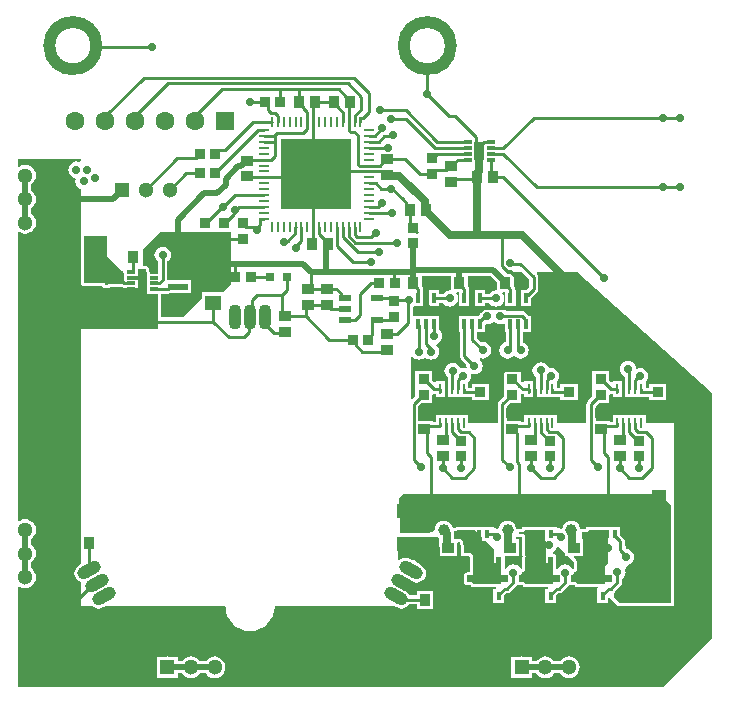
<source format=gtl>
G04*
G04 #@! TF.GenerationSoftware,Altium Limited,Altium Designer,24.4.1 (13)*
G04*
G04 Layer_Physical_Order=1*
G04 Layer_Color=255*
%FSLAX44Y44*%
%MOMM*%
G71*
G04*
G04 #@! TF.SameCoordinates,1D3D786A-4C35-496E-9A10-02EDD5D57B8C*
G04*
G04*
G04 #@! TF.FilePolarity,Positive*
G04*
G01*
G75*
%ADD11C,0.7120*%
%ADD12C,0.2540*%
%ADD22R,1.4000X1.3000*%
%ADD23R,0.9000X1.0000*%
%ADD24R,0.6000X1.2000*%
%ADD25R,0.7000X0.3000*%
%ADD26R,1.3000X2.7000*%
%ADD27R,2.7000X1.3000*%
%ADD28R,0.9500X0.8500*%
%ADD29R,0.8500X0.9500*%
%ADD30R,1.0000X0.5500*%
%ADD31R,1.0000X0.9000*%
%ADD32R,2.3800X1.6500*%
%ADD33R,0.2800X0.8600*%
%ADD34R,0.3500X0.8500*%
%ADD35R,0.4200X0.6600*%
%ADD36R,0.3400X0.8000*%
G04:AMPARAMS|DCode=37|XSize=0.74mm|YSize=0.28mm|CornerRadius=0.035mm|HoleSize=0mm|Usage=FLASHONLY|Rotation=180.000|XOffset=0mm|YOffset=0mm|HoleType=Round|Shape=RoundedRectangle|*
%AMROUNDEDRECTD37*
21,1,0.7400,0.2100,0,0,180.0*
21,1,0.6700,0.2800,0,0,180.0*
1,1,0.0700,-0.3350,0.1050*
1,1,0.0700,0.3350,0.1050*
1,1,0.0700,0.3350,-0.1050*
1,1,0.0700,-0.3350,-0.1050*
%
%ADD37ROUNDEDRECTD37*%
%ADD38R,0.8000X0.8000*%
%ADD39R,6.0000X6.0000*%
%ADD40R,0.8600X0.2600*%
%ADD41R,0.2600X0.8600*%
%ADD42R,1.8000X0.6000*%
%ADD78C,1.0000*%
%ADD79R,0.9000X1.6000*%
%ADD80C,0.5080*%
%ADD81C,1.3000*%
%ADD82R,1.3000X1.3000*%
%ADD83C,1.6000*%
%ADD84R,1.6000X1.6000*%
%ADD85R,1.3000X1.3000*%
%ADD86C,1.0000*%
G04:AMPARAMS|DCode=87|XSize=2.14mm|YSize=1.07mm|CornerRadius=0mm|HoleSize=0mm|Usage=FLASHONLY|Rotation=330.000|XOffset=0mm|YOffset=0mm|HoleType=Round|Shape=Round|*
%AMOVALD87*
21,1,1.0700,1.0700,0.0000,0.0000,330.0*
1,1,1.0700,-0.4633,0.2675*
1,1,1.0700,0.4633,-0.2675*
%
%ADD87OVALD87*%

%ADD88O,1.0700X2.1400*%
G04:AMPARAMS|DCode=89|XSize=2.14mm|YSize=1.07mm|CornerRadius=0mm|HoleSize=0mm|Usage=FLASHONLY|Rotation=210.000|XOffset=0mm|YOffset=0mm|HoleType=Round|Shape=Round|*
%AMOVALD89*
21,1,1.0700,1.0700,0.0000,0.0000,210.0*
1,1,1.0700,0.4633,0.2675*
1,1,1.0700,-0.4633,-0.2675*
%
%ADD89OVALD89*%

%ADD90C,0.7000*%
G36*
X-143227Y282248D02*
X-144497Y281399D01*
X-145207Y281693D01*
X-147000Y281929D01*
X-148793Y281693D01*
X-150465Y281001D01*
X-151900Y279900D01*
X-153001Y278465D01*
X-153693Y276793D01*
X-153929Y275000D01*
X-153693Y273207D01*
X-153001Y271535D01*
X-151900Y270100D01*
X-150465Y268999D01*
X-148793Y268307D01*
X-148190Y268227D01*
X-147555Y267127D01*
X-147693Y266793D01*
X-147929Y265000D01*
X-147693Y263207D01*
X-147001Y261535D01*
X-145900Y260100D01*
X-144465Y258999D01*
X-143227Y258486D01*
Y177000D01*
X-142156D01*
X-141628Y176647D01*
X-140637Y176450D01*
X-124940D01*
X-124853Y176009D01*
X-124291Y175169D01*
X-123451Y174607D01*
X-122460Y174410D01*
X-120540D01*
X-119549Y174607D01*
X-118709Y175169D01*
X-118354Y175700D01*
X-108707D01*
X-108162Y175336D01*
X-106675Y175040D01*
X-106655D01*
Y174655D01*
X-94575D01*
Y182735D01*
X-100470D01*
X-100845Y182810D01*
X-104065D01*
Y184655D01*
X-94575D01*
Y191000D01*
X-87885D01*
Y189080D01*
X-87655Y187925D01*
Y184655D01*
Y179655D01*
Y174655D01*
Y169655D01*
X-78000D01*
Y165540D01*
X-78290D01*
Y150460D01*
X-78000D01*
Y140000D01*
X-143227D01*
Y-33460D01*
X-143290D01*
Y-48540D01*
X-143227D01*
Y-58523D01*
X-143664Y-59093D01*
X-144862Y-59785D01*
X-146510Y-61049D01*
X-147775Y-62698D01*
X-148570Y-64617D01*
X-148841Y-66677D01*
X-148570Y-68736D01*
X-147775Y-70655D01*
X-146510Y-72304D01*
X-144862Y-73568D01*
X-143227Y-74246D01*
Y-94820D01*
X-133133D01*
X-132162Y-95565D01*
X-130243Y-96361D01*
X-128183Y-96632D01*
X-126124Y-96360D01*
X-124204Y-95565D01*
X-123006Y-94873D01*
X-122602Y-94820D01*
X-20883D01*
X-20720Y-95000D01*
X-20322Y-99042D01*
X-19143Y-102929D01*
X-17228Y-106511D01*
X-14651Y-109651D01*
X-11511Y-112228D01*
X-7929Y-114143D01*
X-4042Y-115322D01*
X0Y-115720D01*
X4042Y-115322D01*
X7929Y-114143D01*
X11511Y-112228D01*
X14651Y-109651D01*
X17228Y-106511D01*
X19143Y-102929D01*
X20322Y-99042D01*
X20720Y-95000D01*
X20883Y-94820D01*
X122602D01*
X123006Y-94873D01*
X124204Y-95565D01*
X126124Y-96360D01*
X128183Y-96632D01*
X130243Y-96360D01*
X132162Y-95565D01*
X133810Y-94301D01*
X134743Y-93086D01*
X141210D01*
Y-96540D01*
X155290D01*
Y-81460D01*
X141210D01*
Y-85316D01*
X135333D01*
X135075Y-84694D01*
X133811Y-83046D01*
X132162Y-81782D01*
X130964Y-81090D01*
X129876Y-79672D01*
X128023Y-78251D01*
X125865Y-77357D01*
X125000Y-77243D01*
Y-67586D01*
X126270Y-67169D01*
X127638Y-68218D01*
X128836Y-68910D01*
X129924Y-70328D01*
X131777Y-71749D01*
X133934Y-72643D01*
X135706Y-72876D01*
X136904Y-73568D01*
X138823Y-74363D01*
X140883Y-74634D01*
X142943Y-74363D01*
X144862Y-73568D01*
X146510Y-72304D01*
X147775Y-70655D01*
X148570Y-68736D01*
X148841Y-66677D01*
X148570Y-64617D01*
X147775Y-62697D01*
X146510Y-61049D01*
X144862Y-59785D01*
X143664Y-59093D01*
X142576Y-57675D01*
X140723Y-56253D01*
X138566Y-55360D01*
X136794Y-55127D01*
X135596Y-54435D01*
X133676Y-53640D01*
X131617Y-53368D01*
X129557Y-53639D01*
X127638Y-54435D01*
X126270Y-55484D01*
X125326Y-55174D01*
X125000Y-54916D01*
X125000Y-36000D01*
X159302Y-36000D01*
X160157Y-36656D01*
X160340Y-36732D01*
Y-44060D01*
X160340Y-44060D01*
X160460Y-44661D01*
Y-52040D01*
X175540D01*
Y-40828D01*
X176810Y-40075D01*
X177426Y-40386D01*
Y-40810D01*
X177721Y-42297D01*
X178460Y-43402D01*
Y-52040D01*
X185772D01*
X186560Y-53000D01*
Y-65910D01*
X183700D01*
X182709Y-66107D01*
X181869Y-66669D01*
X181307Y-67509D01*
X181110Y-68500D01*
Y-74200D01*
X181307Y-75191D01*
X181869Y-76031D01*
X182709Y-76593D01*
X183700Y-76790D01*
X186717D01*
X186757Y-76991D01*
X187319Y-77831D01*
X188159Y-78393D01*
X189150Y-78590D01*
X207980D01*
X208659Y-79860D01*
X208659Y-79860D01*
X206110D01*
Y-91540D01*
X215390D01*
Y-85354D01*
X217247Y-83497D01*
X217512D01*
X218999Y-83201D01*
X220259Y-82359D01*
X225747Y-76871D01*
X226172Y-76234D01*
X226709Y-76593D01*
X227700Y-76790D01*
X230717D01*
X230757Y-76991D01*
X231319Y-77832D01*
X232159Y-78393D01*
X233150Y-78590D01*
X251980D01*
X252659Y-79860D01*
X252659Y-79860D01*
X250110D01*
Y-91540D01*
X259390D01*
Y-85354D01*
X261247Y-83497D01*
X261512D01*
X262999Y-83201D01*
X264259Y-82359D01*
X269747Y-76872D01*
X270173Y-76234D01*
X270709Y-76593D01*
X271700Y-76790D01*
X274717D01*
X274757Y-76991D01*
X275319Y-77831D01*
X276159Y-78393D01*
X277150Y-78590D01*
X294352D01*
X294352Y-78590D01*
X294110Y-79860D01*
X294110D01*
Y-91540D01*
X303390D01*
Y-88049D01*
X304563Y-87563D01*
X311820Y-94820D01*
X359000Y-94820D01*
X359000Y60650D01*
X334940D01*
Y67490D01*
X307060D01*
Y61505D01*
X304540D01*
Y62290D01*
X292615D01*
Y75121D01*
X295203Y77709D01*
X304290D01*
Y84469D01*
X305560Y85511D01*
X305790Y85465D01*
X307060D01*
Y82510D01*
X314940D01*
Y96190D01*
X307060D01*
Y95233D01*
X306352Y94940D01*
X305790Y94818D01*
X305445Y95049D01*
X304290Y96203D01*
Y104290D01*
X289710D01*
Y90710D01*
Y83204D01*
X285983Y79477D01*
X285141Y78217D01*
X284846Y76730D01*
Y60650D01*
X259940D01*
Y67490D01*
X232060D01*
Y61505D01*
X229540D01*
Y62290D01*
X217615D01*
Y75121D01*
X220204Y77710D01*
X229290D01*
Y84469D01*
X230560Y85511D01*
X230790Y85465D01*
X232060D01*
Y82510D01*
X239940D01*
Y96190D01*
X232060D01*
Y95233D01*
X231352Y94940D01*
X230790Y94818D01*
X230445Y95049D01*
X229290Y96203D01*
Y104290D01*
X214710D01*
Y90710D01*
Y83204D01*
X210983Y79477D01*
X210141Y78217D01*
X209846Y76730D01*
Y60650D01*
X184940D01*
Y67490D01*
X157060D01*
Y61505D01*
X154540D01*
Y62290D01*
X142615D01*
Y75121D01*
X145204Y77710D01*
X154290D01*
Y84469D01*
X155560Y85511D01*
X155790Y85465D01*
X157060D01*
Y82510D01*
X164940D01*
Y96190D01*
X157060D01*
Y95233D01*
X156352Y94940D01*
X155790Y94818D01*
X155445Y95049D01*
X154290Y96203D01*
Y104290D01*
X139710D01*
Y90710D01*
Y83204D01*
X137173Y80667D01*
X136000Y81153D01*
Y116751D01*
X137270Y117182D01*
X138100Y116100D01*
X139535Y114999D01*
X141207Y114307D01*
X143000Y114071D01*
X144793Y114307D01*
X146465Y114999D01*
X147018Y115424D01*
X148000Y116038D01*
X148982Y115424D01*
X149535Y114999D01*
X151207Y114307D01*
X153000Y114071D01*
X154793Y114307D01*
X156465Y114999D01*
X157900Y116100D01*
X159001Y117535D01*
X159693Y119207D01*
X159929Y121000D01*
X159693Y122793D01*
X159001Y124465D01*
X157900Y125900D01*
X157744Y126019D01*
X157768Y126642D01*
X158026Y127403D01*
X159465Y127999D01*
X160900Y129100D01*
X162001Y130535D01*
X162693Y132207D01*
X162929Y134000D01*
X162693Y135793D01*
X162001Y137465D01*
X160900Y138900D01*
X159790Y139751D01*
Y150790D01*
X139155D01*
X138210Y150790D01*
X137885Y151925D01*
Y158759D01*
X138465Y158999D01*
X138740Y159210D01*
X146790D01*
Y172790D01*
X146385D01*
Y174250D01*
X146089Y175737D01*
X145290Y176932D01*
Y184820D01*
X170210D01*
Y173733D01*
X169255Y172896D01*
X169000Y172929D01*
X167207Y172693D01*
X165535Y172001D01*
X164100Y170900D01*
X163321Y169885D01*
X159790D01*
Y172790D01*
X151210D01*
Y159210D01*
X159790D01*
Y162115D01*
X163321D01*
X164100Y161100D01*
X165535Y159999D01*
X167207Y159307D01*
X169000Y159071D01*
X170793Y159307D01*
X172465Y159999D01*
X173900Y161100D01*
X175001Y162535D01*
X175693Y164207D01*
X175929Y166000D01*
X175693Y167793D01*
X175001Y169465D01*
X174444Y170190D01*
X175071Y171460D01*
X177210D01*
Y159210D01*
X185790D01*
Y172790D01*
X185385D01*
Y174250D01*
X185089Y175737D01*
X184290Y176932D01*
Y184820D01*
X203605D01*
X209210Y179215D01*
Y173733D01*
X208255Y172896D01*
X208000Y172929D01*
X206207Y172693D01*
X204535Y172001D01*
X203100Y170900D01*
X202321Y169885D01*
X198790D01*
Y172790D01*
X190210D01*
Y159210D01*
X198790D01*
Y162115D01*
X202321D01*
X203100Y161100D01*
X204535Y159999D01*
X206207Y159307D01*
X208000Y159071D01*
X209793Y159307D01*
X211465Y159999D01*
X212900Y161100D01*
X214001Y162535D01*
X214693Y164207D01*
X214929Y166000D01*
X214693Y167793D01*
X214001Y169465D01*
X213444Y170190D01*
X214071Y171460D01*
X216210D01*
Y159210D01*
X224790D01*
Y172790D01*
X224385D01*
Y174250D01*
X224089Y175737D01*
X223290Y176932D01*
Y186540D01*
X217504D01*
X217377Y186730D01*
X218056Y188000D01*
X230506D01*
X236115Y182391D01*
Y175609D01*
X233296Y172790D01*
X229210D01*
Y159210D01*
X237790D01*
Y166296D01*
X242747Y171253D01*
X243589Y172513D01*
X243885Y174000D01*
Y184000D01*
X243589Y185487D01*
X242747Y186747D01*
X242667Y186827D01*
X243153Y188000D01*
X277000D01*
X391000Y86071D01*
Y81000D01*
X391000D01*
X391004Y80996D01*
X390999Y-122001D01*
X357500Y-155499D01*
X349819Y-163180D01*
X-196780D01*
Y-78113D01*
X-195641Y-77551D01*
X-195099Y-77966D01*
X-192881Y-78885D01*
X-190500Y-79199D01*
X-188119Y-78885D01*
X-185901Y-77966D01*
X-183995Y-76505D01*
X-182534Y-74599D01*
X-181615Y-72381D01*
X-181301Y-70000D01*
X-181615Y-67619D01*
X-182534Y-65401D01*
X-183995Y-63496D01*
X-185320Y-62479D01*
Y-57521D01*
X-183995Y-56505D01*
X-182534Y-54599D01*
X-181615Y-52381D01*
X-181301Y-50000D01*
X-181615Y-47619D01*
X-182534Y-45401D01*
X-183995Y-43495D01*
X-185320Y-42479D01*
Y-37521D01*
X-183995Y-36504D01*
X-182534Y-34599D01*
X-181615Y-32381D01*
X-181301Y-30000D01*
X-181615Y-27619D01*
X-182534Y-25401D01*
X-183995Y-23496D01*
X-185901Y-22034D01*
X-188119Y-21115D01*
X-190500Y-20801D01*
X-192881Y-21115D01*
X-195099Y-22034D01*
X-195641Y-22449D01*
X-196780Y-21887D01*
X-196780Y221887D01*
X-195641Y222449D01*
X-195099Y222034D01*
X-192881Y221115D01*
X-190500Y220801D01*
X-188119Y221115D01*
X-185901Y222034D01*
X-183995Y223496D01*
X-182534Y225401D01*
X-181615Y227619D01*
X-181301Y230000D01*
X-181615Y232381D01*
X-182534Y234599D01*
X-183995Y236504D01*
X-185320Y237521D01*
Y242479D01*
X-183995Y243496D01*
X-182534Y245401D01*
X-181615Y247619D01*
X-181301Y250000D01*
X-181615Y252381D01*
X-182534Y254599D01*
X-183995Y256504D01*
X-185320Y257521D01*
Y262479D01*
X-183995Y263496D01*
X-182534Y265401D01*
X-181615Y267619D01*
X-181301Y270000D01*
X-181615Y272381D01*
X-182534Y274599D01*
X-183995Y276504D01*
X-185901Y277966D01*
X-188119Y278885D01*
X-190500Y279199D01*
X-192881Y278885D01*
X-195099Y277966D01*
X-195641Y277551D01*
X-196780Y278113D01*
Y284180D01*
X-143227D01*
Y282248D01*
D02*
G37*
G36*
X-121000Y202000D02*
X-106655Y187655D01*
Y179655D01*
X-98821D01*
X-98253Y178946D01*
X-98787Y177735D01*
X-100010D01*
X-100385Y177810D01*
X-100760Y177735D01*
X-105460D01*
Y178290D01*
X-120540D01*
Y177000D01*
X-122460D01*
Y179040D01*
X-140637D01*
Y219000D01*
X-121000D01*
Y202000D01*
D02*
G37*
G36*
X-16000Y178000D02*
X-22960Y171040D01*
X-40540D01*
Y166460D01*
X-56540Y150460D01*
X-75410D01*
X-75607Y151451D01*
X-75700Y151590D01*
Y164410D01*
X-75607Y164549D01*
X-75410Y165540D01*
Y169655D01*
X-75094Y170040D01*
X-69075D01*
X-67588Y170336D01*
X-67403Y170460D01*
X-49460D01*
Y181540D01*
X-69996D01*
X-70115Y181686D01*
Y197321D01*
X-69100Y198100D01*
X-67999Y199535D01*
X-67307Y201207D01*
X-67071Y203000D01*
X-67307Y204793D01*
X-67999Y206465D01*
X-69100Y207900D01*
X-70535Y209001D01*
X-72207Y209693D01*
X-74000Y209929D01*
X-75793Y209693D01*
X-77465Y209001D01*
X-78900Y207900D01*
X-80001Y206465D01*
X-80693Y204793D01*
X-80929Y203000D01*
X-80693Y201207D01*
X-80001Y199535D01*
X-78900Y198100D01*
X-77885Y197321D01*
Y187735D01*
X-84620D01*
X-85115Y188230D01*
Y188431D01*
X-85295Y189335D01*
Y191000D01*
X-85492Y191991D01*
X-86053Y192831D01*
X-86894Y193393D01*
X-87885Y193590D01*
X-90474D01*
X-91000Y194115D01*
Y207000D01*
X-76000Y222000D01*
X-16000D01*
Y178000D01*
D02*
G37*
G36*
X230610Y-37960D02*
X230460D01*
Y-52040D01*
X230460D01*
X230694Y-52326D01*
X230560Y-53000D01*
Y-63082D01*
X229290Y-63334D01*
X229001Y-62636D01*
X227900Y-61201D01*
X226465Y-60100D01*
X224793Y-59408D01*
X223000Y-59172D01*
X221207Y-59408D01*
X219535Y-60100D01*
X218100Y-61201D01*
X216999Y-62636D01*
X216710Y-63335D01*
X215440Y-63082D01*
Y-53000D01*
X216228Y-52040D01*
X227540D01*
Y-37960D01*
X224820D01*
Y-36000D01*
X230610D01*
Y-37960D01*
D02*
G37*
G36*
X266460Y-49460D02*
Y-52040D01*
X269040D01*
X274560Y-57560D01*
Y-63083D01*
X273290Y-63335D01*
X273001Y-62636D01*
X271900Y-61201D01*
X270464Y-60100D01*
X268793Y-59408D01*
X267000Y-59172D01*
X265206Y-59408D01*
X263535Y-60100D01*
X262100Y-61201D01*
X260999Y-62636D01*
X260710Y-63335D01*
X259440Y-63082D01*
Y-53000D01*
X259242Y-52009D01*
X258990Y-51631D01*
Y-51460D01*
X258876D01*
X258681Y-51169D01*
X257841Y-50608D01*
X256850Y-50410D01*
X256788D01*
X256535Y-49141D01*
X256823Y-49021D01*
X258258Y-47920D01*
X259359Y-46485D01*
X260051Y-44814D01*
X260069Y-44680D01*
X261272Y-44272D01*
X266460Y-49460D01*
D02*
G37*
G36*
X303000Y-58000D02*
X300850Y-60150D01*
Y-68500D01*
X306300D01*
Y-74200D01*
X300850D01*
Y-76000D01*
X277150D01*
Y-75911D01*
X277125Y-75873D01*
X277110Y-75799D01*
X276968Y-75587D01*
X276871Y-75351D01*
X276690Y-75171D01*
X276549Y-74959D01*
X276336Y-74817D01*
X276156Y-74637D01*
X275921Y-74539D01*
X275708Y-74397D01*
X275458Y-74347D01*
X275223Y-74250D01*
X274968Y-74250D01*
X274717Y-74200D01*
X271700D01*
Y-74140D01*
X271611Y-74081D01*
X271611Y-74081D01*
X271500Y-74035D01*
Y-71307D01*
X271700Y-71154D01*
Y-68500D01*
X273442D01*
X273693Y-67894D01*
X273929Y-66101D01*
X273897Y-65855D01*
X275065Y-65623D01*
X275301Y-65525D01*
X275551Y-65475D01*
X275763Y-65333D01*
X275999Y-65236D01*
X276179Y-65055D01*
X276392Y-64914D01*
X276533Y-64702D01*
X276714Y-64521D01*
X276811Y-64286D01*
X276953Y-64074D01*
X277003Y-63823D01*
X277100Y-63588D01*
Y-63333D01*
X277150Y-63083D01*
Y-57560D01*
X276953Y-56569D01*
X276392Y-55729D01*
X273876Y-53213D01*
X274362Y-52040D01*
X281540D01*
Y-37960D01*
X281000D01*
Y-31927D01*
X284779Y-31679D01*
X285187Y-31570D01*
X285601Y-31488D01*
X285672Y-31440D01*
X285755Y-31418D01*
X286090Y-31161D01*
X286441Y-30926D01*
X286489Y-30855D01*
X286557Y-30803D01*
X286761Y-30450D01*
X303000D01*
Y-58000D01*
D02*
G37*
G36*
X196110Y-36110D02*
Y-39540D01*
X199540D01*
X203402Y-43402D01*
X206500Y-46500D01*
Y-57700D01*
X208650D01*
Y-53000D01*
X212850D01*
Y-68500D01*
X218300D01*
Y-74200D01*
X212850D01*
Y-76000D01*
X189150D01*
Y-75911D01*
X189125Y-75873D01*
X189110Y-75799D01*
X188968Y-75587D01*
X188871Y-75351D01*
X188690Y-75171D01*
X188549Y-74959D01*
X188337Y-74817D01*
X188156Y-74637D01*
X187921Y-74539D01*
X187708Y-74397D01*
X187458Y-74347D01*
X187223Y-74250D01*
X186968Y-74250D01*
X186717Y-74200D01*
X183700D01*
Y-73945D01*
Y-68755D01*
Y-68500D01*
X186560D01*
X187551Y-68303D01*
X188391Y-67741D01*
X188953Y-66901D01*
X189150Y-65910D01*
Y-53000D01*
X189076Y-52627D01*
X189039Y-52248D01*
X188978Y-52135D01*
X188953Y-52009D01*
X188742Y-51693D01*
X188562Y-51357D01*
X187774Y-50397D01*
X187675Y-50316D01*
X187604Y-50209D01*
X187287Y-49997D01*
X186993Y-49756D01*
X186870Y-49719D01*
X186763Y-49647D01*
X186390Y-49573D01*
X186026Y-49463D01*
X185898Y-49475D01*
X185772Y-49450D01*
X181050D01*
Y-43402D01*
X181000Y-43152D01*
Y-42897D01*
X180902Y-42661D01*
X180853Y-42411D01*
X180711Y-42199D01*
X180613Y-41964D01*
X180161Y-41286D01*
X180015Y-40555D01*
Y-40386D01*
X179935Y-39983D01*
X179885Y-39575D01*
X179837Y-39490D01*
X179818Y-39395D01*
X179590Y-39053D01*
X179387Y-38695D01*
X179311Y-38635D01*
X179257Y-38554D01*
X178915Y-38326D01*
X178591Y-38073D01*
X177976Y-37763D01*
X177705Y-37688D01*
X177451Y-37566D01*
X177222Y-37554D01*
X177002Y-37493D01*
X176723Y-37527D01*
X176442Y-37512D01*
X176226Y-37588D01*
X175999Y-37616D01*
X175754Y-37754D01*
X175489Y-37848D01*
X175300Y-37960D01*
X173000D01*
Y-30585D01*
X176657Y-30450D01*
X190450D01*
X196110Y-36110D01*
D02*
G37*
G36*
X250110Y-39540D02*
X250500D01*
X250500Y-57700D01*
X252650D01*
Y-53000D01*
X256850D01*
Y-68500D01*
X262300D01*
Y-74200D01*
X256850D01*
Y-76000D01*
X233150D01*
Y-75911D01*
X233125Y-75873D01*
X233110Y-75799D01*
X232968Y-75587D01*
X232871Y-75351D01*
X232690Y-75171D01*
X232548Y-74959D01*
X232336Y-74817D01*
X232156Y-74637D01*
X231920Y-74539D01*
X231708Y-74397D01*
X231458Y-74348D01*
X231222Y-74250D01*
X230967Y-74250D01*
X230717Y-74200D01*
X227700D01*
Y-73299D01*
X227500Y-73119D01*
Y-71307D01*
X227700Y-71154D01*
Y-68500D01*
X229442D01*
X229693Y-67894D01*
X229929Y-66101D01*
X229897Y-65854D01*
X231065Y-65622D01*
X231301Y-65524D01*
X231551Y-65474D01*
X231763Y-65332D01*
X231999Y-65235D01*
X232179Y-65054D01*
X232391Y-64913D01*
X232533Y-64701D01*
X232713Y-64520D01*
X232811Y-64285D01*
X232953Y-64073D01*
X233002Y-63822D01*
X233100Y-63587D01*
Y-63332D01*
X233150Y-63082D01*
Y-53255D01*
Y-53000D01*
X233201D01*
X233234Y-52831D01*
Y-52702D01*
X233272Y-52579D01*
X233234Y-52201D01*
Y-51820D01*
X233185Y-51701D01*
X233172Y-51574D01*
X233050Y-51344D01*
Y-38713D01*
X233200Y-37960D01*
Y-36000D01*
X233002Y-35009D01*
X232441Y-34169D01*
X231601Y-33607D01*
X230610Y-33410D01*
X227500D01*
Y-31895D01*
X230779Y-31680D01*
X231187Y-31570D01*
X231601Y-31488D01*
X231672Y-31440D01*
X231755Y-31418D01*
X232090Y-31161D01*
X232441Y-30927D01*
X232489Y-30855D01*
X232557Y-30803D01*
X232761Y-30450D01*
X250110D01*
Y-39540D01*
D02*
G37*
G36*
X347000Y-0D02*
X356410Y-9410D01*
X356410Y-92231D01*
X312893Y-92231D01*
X308450Y-87787D01*
X308309Y-87343D01*
X308284Y-84872D01*
X308830Y-81937D01*
X309095Y-81523D01*
X313747Y-76871D01*
X314589Y-75611D01*
X314885Y-74124D01*
Y-71679D01*
X315900Y-70900D01*
X317001Y-69465D01*
X317693Y-67793D01*
X317929Y-66000D01*
X317768Y-64774D01*
X317807Y-63963D01*
X319447Y-60437D01*
X320802Y-59275D01*
X321465Y-59001D01*
X322900Y-57900D01*
X324001Y-56465D01*
X324693Y-54793D01*
X324929Y-53000D01*
X324693Y-51207D01*
X324001Y-49535D01*
X322900Y-48100D01*
X321465Y-46999D01*
X319793Y-46307D01*
X318000Y-46071D01*
X317248Y-41127D01*
Y-39513D01*
X316952Y-38027D01*
X316110Y-36767D01*
X313390Y-34046D01*
Y-27860D01*
X284610D01*
Y-29095D01*
X279610Y-29423D01*
X279424Y-28011D01*
X278656Y-26157D01*
X277435Y-24565D01*
X275843Y-23344D01*
X273989Y-22576D01*
X272000Y-22314D01*
X270011Y-22576D01*
X268157Y-23344D01*
X266565Y-24565D01*
X265344Y-26157D01*
X264576Y-28011D01*
X263166Y-29093D01*
X259390Y-27860D01*
Y-27860D01*
X230610D01*
Y-29096D01*
X225610Y-29423D01*
X225424Y-28011D01*
X224656Y-26157D01*
X223435Y-24565D01*
X221843Y-23344D01*
X219989Y-22576D01*
X218000Y-22314D01*
X216011Y-22576D01*
X214157Y-23344D01*
X212565Y-24565D01*
X211344Y-26157D01*
X210576Y-28011D01*
X209166Y-29093D01*
X205390Y-27860D01*
Y-27860D01*
X176610D01*
Y-27860D01*
X171610Y-28045D01*
X171424Y-28011D01*
X170656Y-26157D01*
X169435Y-24565D01*
X167843Y-23344D01*
X165989Y-22576D01*
X164000Y-22314D01*
X162011Y-22576D01*
X160157Y-23344D01*
X158565Y-24565D01*
X157344Y-26157D01*
X156576Y-28011D01*
X156451Y-28959D01*
X155503Y-30532D01*
X151803Y-32960D01*
X126817D01*
X126094Y-3579D01*
X129585Y-0D01*
X315500Y0D01*
X347000Y-0D01*
D02*
G37*
%LPC*%
G36*
X212000Y157929D02*
X210206Y157693D01*
X208535Y157001D01*
X207352Y156093D01*
X206500Y155979D01*
X205647Y156093D01*
X204464Y157001D01*
X202793Y157693D01*
X201000Y157929D01*
X199206Y157693D01*
X197535Y157001D01*
X196100Y155899D01*
X194999Y154464D01*
X194306Y152793D01*
X194156Y151650D01*
X193296Y150790D01*
X177210D01*
Y137210D01*
X177615D01*
Y117500D01*
X177911Y116013D01*
X178753Y114753D01*
X183238Y110268D01*
X183071Y109000D01*
X183274Y107454D01*
X182748Y106853D01*
X182218Y106517D01*
X181793Y106693D01*
X180000Y106929D01*
X178207Y106693D01*
X178054Y106630D01*
X177501Y107965D01*
X176400Y109400D01*
X174965Y110501D01*
X173293Y111193D01*
X171500Y111429D01*
X169707Y111193D01*
X168035Y110501D01*
X166600Y109400D01*
X165499Y107965D01*
X164807Y106293D01*
X164571Y104500D01*
X164807Y102707D01*
X165499Y101035D01*
X166600Y99600D01*
X167245Y99105D01*
Y96190D01*
X167060D01*
Y82510D01*
X184940D01*
Y82635D01*
X186234D01*
X186335Y82615D01*
X187710D01*
Y79710D01*
X202290D01*
Y93290D01*
X187710D01*
Y90385D01*
X186416D01*
X186315Y90405D01*
X184940D01*
Y95153D01*
X186001Y96535D01*
X186693Y98207D01*
X186929Y100000D01*
X186726Y101546D01*
X187252Y102147D01*
X187782Y102483D01*
X188207Y102307D01*
X190000Y102071D01*
X191793Y102307D01*
X193465Y102999D01*
X194900Y104100D01*
X196001Y105535D01*
X196693Y107207D01*
X196929Y109000D01*
X196693Y110793D01*
X196001Y112465D01*
X194900Y113900D01*
X194448Y114247D01*
X195088Y115356D01*
X195207Y115307D01*
X197000Y115071D01*
X198793Y115307D01*
X200465Y115999D01*
X201900Y117100D01*
X203001Y118535D01*
X203693Y120207D01*
X203929Y122000D01*
X203693Y123793D01*
X203001Y125465D01*
X201900Y126900D01*
X200465Y128001D01*
X198793Y128693D01*
X197000Y128929D01*
X195732Y128762D01*
X191885Y132609D01*
Y137210D01*
X198790D01*
Y143192D01*
X200060Y144194D01*
X201000Y144070D01*
X202793Y144306D01*
X204464Y144999D01*
X205647Y145907D01*
X206500Y146020D01*
X207352Y145907D01*
X208535Y144999D01*
X210206Y144306D01*
X212000Y144070D01*
X213793Y144306D01*
X214940Y144782D01*
X216210Y144085D01*
Y137210D01*
X216615D01*
Y128747D01*
X216207Y128693D01*
X214535Y128001D01*
X213100Y126900D01*
X211999Y125465D01*
X211307Y123793D01*
X211071Y122000D01*
X211307Y120207D01*
X211999Y118535D01*
X213100Y117100D01*
X214535Y115999D01*
X216207Y115307D01*
X218000Y115071D01*
X219793Y115307D01*
X221465Y115999D01*
X222648Y116907D01*
X223500Y117020D01*
X224352Y116907D01*
X225535Y115999D01*
X227207Y115307D01*
X229000Y115071D01*
X230793Y115307D01*
X232465Y115999D01*
X233900Y117100D01*
X235001Y118535D01*
X235693Y120207D01*
X235929Y122000D01*
X235693Y123793D01*
X235001Y125465D01*
X233900Y126900D01*
X232465Y128001D01*
X230885Y128655D01*
Y137210D01*
X237790D01*
Y150790D01*
X236142D01*
X235767Y151351D01*
X232851Y154267D01*
X231591Y155109D01*
X230105Y155405D01*
X217279D01*
X216899Y155899D01*
X215464Y157001D01*
X213793Y157693D01*
X212000Y157929D01*
D02*
G37*
G36*
X320000Y112929D02*
X318207Y112693D01*
X316535Y112001D01*
X315100Y110900D01*
X313999Y109465D01*
X313307Y107793D01*
X313071Y106000D01*
X313307Y104207D01*
X313999Y102535D01*
X315100Y101100D01*
X316535Y99999D01*
X317115Y99759D01*
Y96190D01*
X317060D01*
Y82510D01*
X334940D01*
Y82635D01*
X336234D01*
X336335Y82615D01*
X337710D01*
Y79710D01*
X352290D01*
Y93290D01*
X337710D01*
Y90385D01*
X336416D01*
X336315Y90405D01*
X334940D01*
Y95153D01*
X336001Y96535D01*
X336693Y98207D01*
X336929Y100000D01*
X336693Y101793D01*
X336001Y103465D01*
X334900Y104900D01*
X333465Y106001D01*
X331793Y106693D01*
X330000Y106929D01*
X328207Y106693D01*
X327873Y106555D01*
X326773Y107190D01*
X326693Y107793D01*
X326001Y109465D01*
X324900Y110900D01*
X323465Y112001D01*
X321793Y112693D01*
X320000Y112929D01*
D02*
G37*
G36*
X246000Y111929D02*
X244207Y111693D01*
X242535Y111001D01*
X241100Y109900D01*
X239999Y108465D01*
X239307Y106793D01*
X239071Y105000D01*
X239307Y103207D01*
X239999Y101535D01*
X241100Y100100D01*
X242115Y99321D01*
Y96190D01*
X242060D01*
Y82510D01*
X259940D01*
Y82635D01*
X261234D01*
X261335Y82615D01*
X262710D01*
Y79710D01*
X277290D01*
Y93290D01*
X262710D01*
Y90385D01*
X261416D01*
X261315Y90405D01*
X259940D01*
Y95153D01*
X261001Y96535D01*
X261693Y98207D01*
X261929Y100000D01*
X261693Y101793D01*
X261001Y103465D01*
X259900Y104900D01*
X258465Y106001D01*
X256793Y106693D01*
X255000Y106929D01*
X253974Y106794D01*
X252693Y106793D01*
X252001Y108465D01*
X250900Y109900D01*
X249465Y111001D01*
X247793Y111693D01*
X246000Y111929D01*
D02*
G37*
G36*
X270000Y-137101D02*
X267619Y-137415D01*
X265401Y-138334D01*
X263496Y-139796D01*
X262479Y-141121D01*
X257521D01*
X256504Y-139796D01*
X254599Y-138334D01*
X252381Y-137415D01*
X250000Y-137101D01*
X247619Y-137415D01*
X245401Y-138334D01*
X243496Y-139796D01*
X242479Y-141121D01*
X239040D01*
Y-137260D01*
X231205D01*
X230000Y-137101D01*
X228795Y-137260D01*
X220960D01*
Y-145095D01*
X220801Y-146300D01*
X220960Y-147505D01*
Y-155340D01*
X228795D01*
X230000Y-155499D01*
X231205Y-155340D01*
X239040D01*
Y-151480D01*
X242479D01*
X243496Y-152804D01*
X245401Y-154266D01*
X247619Y-155185D01*
X250000Y-155499D01*
X252381Y-155185D01*
X254599Y-154266D01*
X256504Y-152804D01*
X257521Y-151480D01*
X262479D01*
X263496Y-152804D01*
X265401Y-154266D01*
X267619Y-155185D01*
X270000Y-155499D01*
X272381Y-155185D01*
X274599Y-154266D01*
X276504Y-152804D01*
X277966Y-150899D01*
X278885Y-148681D01*
X279199Y-146300D01*
X278885Y-143919D01*
X277966Y-141701D01*
X276504Y-139796D01*
X274599Y-138334D01*
X272381Y-137415D01*
X270000Y-137101D01*
D02*
G37*
G36*
X-30000D02*
X-32381Y-137415D01*
X-34599Y-138334D01*
X-36504Y-139796D01*
X-37521Y-141121D01*
X-42479D01*
X-43495Y-139796D01*
X-45401Y-138334D01*
X-47619Y-137415D01*
X-50000Y-137101D01*
X-52381Y-137415D01*
X-54599Y-138334D01*
X-56505Y-139796D01*
X-57521Y-141121D01*
X-60960D01*
Y-137260D01*
X-68795D01*
X-70000Y-137101D01*
X-71205Y-137260D01*
X-79040D01*
Y-145095D01*
X-79199Y-146300D01*
X-79040Y-147505D01*
Y-155340D01*
X-71205D01*
X-70000Y-155499D01*
X-68795Y-155340D01*
X-60960D01*
Y-151480D01*
X-57521D01*
X-56505Y-152804D01*
X-54599Y-154266D01*
X-52381Y-155185D01*
X-50000Y-155499D01*
X-47619Y-155185D01*
X-45401Y-154266D01*
X-43495Y-152804D01*
X-42479Y-151480D01*
X-37521D01*
X-36504Y-152804D01*
X-34599Y-154266D01*
X-32381Y-155185D01*
X-30000Y-155499D01*
X-27619Y-155185D01*
X-25401Y-154266D01*
X-23496Y-152804D01*
X-22034Y-150899D01*
X-21115Y-148681D01*
X-20801Y-146300D01*
X-21115Y-143919D01*
X-22034Y-141701D01*
X-23496Y-139796D01*
X-25401Y-138334D01*
X-27619Y-137415D01*
X-30000Y-137101D01*
D02*
G37*
%LPD*%
D11*
X168500Y77500D02*
X171000Y75000D01*
X171810Y74190D02*
X195690D01*
X201829D02*
X206000Y78361D01*
X195000Y73500D02*
X195690Y74190D01*
X201829D01*
X206000Y78361D02*
Y98363D01*
X214947Y107310D01*
X231310D01*
X248000Y124000D02*
X282000D01*
X231310Y107310D02*
X248000Y124000D01*
X282000D02*
Y168000D01*
X212933Y220000D02*
X230000D01*
X282000Y168000D01*
Y78360D02*
Y124000D01*
X322000Y74000D02*
X345500D01*
X246810Y74190D02*
X270690D01*
X271604Y-127904D02*
Y-124696D01*
X332000Y124000D02*
X374000Y82000D01*
X282000Y124000D02*
X332000D01*
X270690Y74190D02*
X277829D01*
X282000Y78360D01*
X270000Y73500D02*
X270690Y74190D01*
X374000Y73500D02*
Y82000D01*
Y-7000D02*
Y73500D01*
X345000D02*
X374000D01*
X345000Y73500D02*
X345500Y74000D01*
X-130750Y171250D02*
X-130690Y171310D01*
X161750Y-77000D02*
Y-63750D01*
Y-89000D02*
Y-77000D01*
X140000Y-42000D02*
X161750Y-63750D01*
X138000Y-42000D02*
X140000D01*
X161750Y-77000D02*
X161750Y-77000D01*
X273540Y-45000D02*
X274000D01*
X272600Y-44060D02*
X273540Y-45000D01*
X272600Y-44060D02*
Y-32024D01*
X272551Y-31975D02*
X272600Y-32024D01*
X272551Y-31975D02*
Y-30551D01*
X272000Y-30000D02*
X272551Y-30551D01*
X219540Y-45000D02*
X220000D01*
X218600Y-44060D02*
X219540Y-45000D01*
X218600Y-44060D02*
Y-32024D01*
X218551Y-31975D02*
X218600Y-32024D01*
X218551Y-31975D02*
Y-30551D01*
X218000Y-30000D02*
X218551Y-30551D01*
X164000Y-30779D02*
Y-30000D01*
Y-30779D02*
X166560Y-33339D01*
Y-44060D02*
Y-33339D01*
Y-44060D02*
X167500Y-45000D01*
X168000D01*
X374000Y-7000D02*
X374500Y-7500D01*
X374000Y-17000D02*
Y-10000D01*
X365690Y-25310D02*
X374000Y-17000D01*
X365690Y-36060D02*
Y-25310D01*
X364750Y-37000D02*
X365690Y-36060D01*
X192173Y220000D02*
X212933D01*
X368000Y-78000D02*
Y-40750D01*
X365690Y-38440D02*
X368000Y-40750D01*
X193190Y273211D02*
X194000Y274021D01*
Y291000D01*
X193190Y269940D02*
Y273211D01*
X192250Y269000D02*
X193190Y269940D01*
X192173Y220000D02*
Y268923D01*
X169250Y220000D02*
X192173D01*
X116000Y270250D02*
X116307Y269943D01*
X126057D01*
X147810Y248190D01*
Y241940D02*
Y248190D01*
Y241940D02*
X148750Y241000D01*
X149690Y239560D02*
Y239560D01*
Y239560D02*
X169250Y220000D01*
X160810Y-126300D02*
X230000D01*
X160810D02*
Y-89940D01*
X161750Y-89000D01*
D12*
X-158500Y145500D02*
Y146000D01*
X164730Y78730D02*
X166000Y80000D01*
X171810Y74190D02*
X172500Y73500D01*
X171000Y75000D02*
X171810Y74190D01*
X188000Y131000D02*
Y144000D01*
Y131000D02*
X197000Y122000D01*
X181500Y117500D02*
X190000Y109000D01*
X181500Y117500D02*
Y144000D01*
X171130Y104130D02*
X171500Y104500D01*
X171130Y89480D02*
Y104130D01*
X226520Y159798D02*
Y165520D01*
X225032Y158310D02*
X226520Y159798D01*
X197972Y158310D02*
X225032D01*
X194662Y155000D02*
X197972Y158310D01*
X226520Y165520D02*
X227000Y166000D01*
X150000Y339000D02*
Y360261D01*
X314730Y78730D02*
X316000Y80000D01*
X374500Y-10000D02*
Y-7500D01*
X239730Y78730D02*
X241000Y80000D01*
X56000Y273500D02*
X57250Y272250D01*
X39662Y273000D02*
X53033Y278378D01*
X33000Y279662D02*
X39662Y273000D01*
X11650Y268500D02*
X44162D01*
X246000Y75000D02*
X246810Y74190D01*
X321000Y75000D02*
X322000Y74000D01*
X31500Y173500D02*
Y184000D01*
X27000Y169000D02*
X31500Y173500D01*
X27000Y153750D02*
Y169000D01*
X-0Y150000D02*
X1510Y151510D01*
X-856Y149144D02*
X-0Y150000D01*
X6000Y169000D02*
X27000D01*
X1510Y164510D02*
X6000Y169000D01*
X27000Y153750D02*
X30000Y150750D01*
X1510Y151510D02*
Y164510D01*
X-856Y137632D02*
Y149144D01*
X-5488Y133000D02*
X-856Y137632D01*
X-18000Y133000D02*
X-5488D01*
X-31000Y146000D02*
X-18000Y133000D01*
X-82000Y146000D02*
Y155250D01*
Y146000D02*
X-31000D01*
X-158500D02*
X-82000D01*
X-31000D02*
Y162000D01*
X-71250Y157500D02*
Y158000D01*
Y157500D02*
X-68000Y154250D01*
X-84750Y158000D02*
X-82000Y155250D01*
X-61675Y213000D02*
X-61000Y212325D01*
X-113000Y184750D02*
X-112500D01*
X-130750D02*
X-113000D01*
X-106675Y178925D02*
X-100845D01*
X-112500Y184750D02*
X-106675Y178925D01*
X-79000Y213000D02*
X-61675D01*
X-85250Y201000D02*
X-82020Y204230D01*
Y209980D01*
X-79000Y213000D01*
X-91115Y174000D02*
Y181195D01*
Y172115D02*
Y174000D01*
X-100615Y173695D02*
X-91420D01*
X-91115Y174000D01*
Y181195D02*
Y181965D01*
Y172115D02*
X-86000Y167000D01*
X-69075Y173925D02*
X-67000Y176000D01*
X-81385Y173925D02*
X-69075D01*
X-67000Y176000D02*
X-61000D01*
X-81615Y173695D02*
X-81385Y173925D01*
X-74000Y181686D02*
Y203000D01*
X-81615Y178695D02*
X-81385Y178925D01*
X-76761D01*
X-74000Y181686D01*
X-99000Y200750D02*
X-98750Y201000D01*
X-99000Y188925D02*
Y200750D01*
X-99230Y188695D02*
X-99000Y188925D01*
X-100615Y188695D02*
X-99230D01*
X-85250Y201000D02*
X-84000Y199750D01*
Y189080D02*
Y199750D01*
Y189080D02*
X-83615Y188695D01*
X-81615D01*
X-132000Y170000D02*
X-130750Y171250D01*
X-113000D01*
X-132000Y186000D02*
X-130750Y184750D01*
X-113940Y170310D02*
X-113000Y171250D01*
X-110555Y173695D02*
X-100615D01*
X-100845Y178925D02*
X-100615Y178695D01*
X-61480Y284520D02*
X-45480D01*
X-42500Y287500D01*
X-88000Y258000D02*
X-61480Y284520D01*
X-54000Y272000D02*
X-42500D01*
X-68000Y258000D02*
X-54000Y272000D01*
X-42500Y287500D02*
Y288000D01*
X-38250Y200750D02*
X-37000Y202000D01*
X-12500Y184000D02*
Y195000D01*
X500Y184000D02*
X16500D01*
X-113000Y171250D02*
X-110555Y173695D01*
X-92845Y183695D02*
X-91115Y181965D01*
X-100615Y183695D02*
X-92845D01*
X-100615Y173695D02*
X-100385Y173925D01*
X303000Y-6000D02*
Y32000D01*
Y-13000D02*
Y-6000D01*
X153000Y-10000D02*
X185000D01*
X49000Y160250D02*
X65000D01*
X48500D02*
X49000D01*
X47250Y150750D02*
X67000Y131000D01*
X47250Y150750D02*
X47250Y150750D01*
Y159000D01*
X30000Y150750D02*
X47250D01*
X67000Y131000D02*
X86875D01*
X65000Y160250D02*
X68230Y157020D01*
X71545D01*
X71565Y157000D01*
X80375D01*
X47250Y159000D02*
X48500Y160250D01*
X95000Y121000D02*
X114750D01*
X89855Y126145D02*
Y128020D01*
X86875Y131000D02*
X89855Y128020D01*
Y126145D02*
X95000Y121000D01*
X114750D02*
X116000Y122250D01*
X-46900Y316000D02*
X-46200Y316700D01*
Y318300D01*
X-3250Y282750D02*
X-2500Y283500D01*
X-46200Y318300D02*
X-45900D01*
X-38000Y216500D02*
X-22000D01*
X-22000Y216500D01*
X-6000D02*
X-6000Y216500D01*
X-22000Y216500D02*
X-6000D01*
X169500Y277750D02*
X170000D01*
X122000Y179500D02*
X122500Y179000D01*
X122000Y179500D02*
Y188420D01*
X65000Y173750D02*
X73125D01*
X76645Y170230D01*
Y167980D02*
Y170230D01*
Y167980D02*
X78125Y166500D01*
X80375D01*
X216250Y178500D02*
X220500Y174250D01*
Y166000D02*
Y174250D01*
X216250Y178500D02*
Y179000D01*
X-23900Y343000D02*
X25500D01*
Y332000D02*
Y343000D01*
X41250D01*
X62520Y215230D02*
X65750Y212000D01*
X58530Y220467D02*
Y226620D01*
Y220467D02*
X62520Y216477D01*
Y215230D02*
Y216477D01*
X58500Y226650D02*
X58530Y226620D01*
X170000Y277750D02*
X170500D01*
X143500Y271500D02*
X154000D01*
X116000Y283750D02*
X131250D01*
X143500Y271500D01*
X156980Y274480D02*
X166230D01*
X169500Y277750D01*
X170500D02*
X176250Y283500D01*
X154000Y271500D02*
X156980Y274480D01*
X51750Y188420D02*
Y190000D01*
Y188420D02*
Y188420D01*
Y176500D02*
Y188420D01*
X20500Y303500D02*
X21000Y303000D01*
X20500Y303500D02*
X20500Y303500D01*
X55935Y188670D02*
X56185Y188420D01*
X176250Y283500D02*
X184150D01*
X-45900Y318300D02*
Y321000D01*
X-2500Y283500D02*
X11650D01*
X-45900Y321000D02*
X-23900Y343000D01*
X41250D02*
X75000D01*
X41250Y332000D02*
Y343000D01*
X83500Y315350D02*
Y330750D01*
X44480Y327480D02*
X48500Y323460D01*
Y315350D02*
Y323460D01*
X75000Y343000D02*
X81520Y336480D01*
Y335230D02*
Y336480D01*
Y335230D02*
X84750Y332000D01*
X41250D02*
X44480Y328770D01*
Y327480D02*
Y328770D01*
X48470Y309860D02*
Y315320D01*
X44609Y306000D02*
X48470Y309860D01*
X23000Y306000D02*
X44609D01*
X48470Y315320D02*
X48500Y315350D01*
X20500Y303500D02*
X23000Y306000D01*
X11650Y303500D02*
X20500D01*
X21000Y299000D02*
Y303000D01*
Y287000D02*
Y299000D01*
X11650Y298500D02*
X20500D01*
X21000Y299000D01*
X11650Y283500D02*
X11680Y283530D01*
X17530D01*
X21000Y287000D01*
X49000Y173750D02*
X51750Y176500D01*
X110250Y278500D02*
X115500Y283750D01*
X100350Y278500D02*
X110250D01*
X92488D02*
X100350D01*
X91000Y279988D02*
X92488Y278500D01*
X83500Y308500D02*
Y315350D01*
Y308500D02*
X85000Y307000D01*
X49000Y173750D02*
X65000D01*
X115500Y283750D02*
X116000D01*
X177250Y178500D02*
X181500Y174250D01*
Y166000D02*
Y174250D01*
X177250Y178500D02*
Y179000D01*
X88000Y307000D02*
X91000Y304000D01*
Y279988D02*
Y304000D01*
X85000Y307000D02*
X88000D01*
X83500Y330750D02*
X84750Y332000D01*
X138250Y178500D02*
X142500Y174250D01*
X138250Y178500D02*
Y179000D01*
X142500Y166000D02*
Y174250D01*
X-136250Y-62488D02*
X-134736D01*
X-138488D02*
X-136250D01*
X350000Y260000D02*
X363000D01*
X350000Y319000D02*
X364000D01*
X214500Y293500D02*
X240000Y319000D01*
X350000D01*
X214500Y288500D02*
X243000Y260000D01*
X350000D01*
X142000Y-10000D02*
X153000D01*
X138000Y-14000D02*
X142000Y-10000D01*
X131900Y-77000D02*
X161750D01*
X318000Y-53000D02*
Y-51936D01*
X313363Y-47299D02*
X318000Y-51936D01*
X313363Y-47299D02*
Y-39513D01*
X308750Y-34900D02*
X313363Y-39513D01*
X308750Y-34900D02*
Y-33700D01*
X292000Y-45000D02*
X303000D01*
X261793Y-36000D02*
X263000D01*
X259493Y-33700D02*
X261793Y-36000D01*
X254750Y-33700D02*
X259493D01*
X289250Y-34200D02*
X289750Y-33700D01*
X289250Y-42250D02*
Y-34200D01*
Y-42250D02*
X292000Y-45000D01*
X289750Y-33700D02*
X295750D01*
X223000Y-74124D02*
Y-66101D01*
X217512Y-79612D02*
X223000Y-74124D01*
X215638Y-79612D02*
X217512D01*
X210750Y-84500D02*
X215638Y-79612D01*
X210750Y-85700D02*
Y-84500D01*
X235250Y-42250D02*
X238000Y-45000D01*
X235250Y-42250D02*
Y-34200D01*
X235750Y-33700D01*
X235750Y-47250D02*
X238000Y-45000D01*
X239980Y-43021D01*
X235750Y-33700D02*
X241750D01*
X185500Y-45000D02*
X191000D01*
X181310Y-40810D02*
X185500Y-45000D01*
X181310Y-40810D02*
Y-34140D01*
X181750Y-33700D01*
X187750D01*
X311000Y-74124D02*
Y-66000D01*
X305512Y-79612D02*
X311000Y-74124D01*
X303638Y-79612D02*
X305512D01*
X298750Y-84500D02*
X303638Y-79612D01*
X298750Y-85700D02*
Y-84500D01*
X207793Y-36000D02*
X209000D01*
X205493Y-33700D02*
X207793Y-36000D01*
X200750Y-33700D02*
X205493D01*
X267000Y-74125D02*
Y-66101D01*
X261512Y-79612D02*
X267000Y-74125D01*
X259638Y-79612D02*
X261512D01*
X254750Y-84500D02*
X259638Y-79612D01*
X254750Y-85700D02*
Y-84500D01*
X235750Y-57910D02*
Y-47250D01*
X235840Y-58000D02*
X241750D01*
X235750Y-57910D02*
X235840Y-58000D01*
X239980Y-43021D02*
X253358D01*
X237662Y-13000D02*
X241000D01*
X237476Y-12814D02*
X237662Y-13000D01*
X237476Y-12814D02*
Y-10526D01*
X235250Y-8300D02*
X237476Y-10526D01*
X235250Y-8300D02*
Y-6000D01*
X222000Y55250D02*
Y55250D01*
X303000Y-6000D02*
X308750D01*
X300000Y35000D02*
X303000Y32000D01*
X300000Y35000D02*
Y52250D01*
X297000Y55250D02*
X300000Y52250D01*
X229340Y-6000D02*
X235250D01*
X227544Y-4204D02*
X229340Y-6000D01*
X227544Y-4204D02*
Y25794D01*
X225730Y27608D02*
X227544Y25794D01*
X225730Y27608D02*
Y52020D01*
X222501Y55250D02*
X225730Y52020D01*
X222000Y55250D02*
X222501D01*
X199793Y-45000D02*
X201000D01*
X195603Y-49190D02*
X199793Y-45000D01*
X191750Y-49190D02*
X195603D01*
X191750Y-58000D02*
Y-49190D01*
Y-58000D02*
X197750D01*
X292000Y-13000D02*
X303000D01*
X173487Y320513D02*
X191120Y302880D01*
X168487Y320513D02*
X173487D01*
X150000Y339000D02*
X168487Y320513D01*
X297000Y68750D02*
X297000Y68750D01*
X222000D02*
Y68750D01*
X345000Y73500D02*
X345000Y73500D01*
X-130230Y379000D02*
X-83000D01*
X-131230Y380000D02*
X-130230Y379000D01*
X150000Y360261D02*
X150969Y361230D01*
X191120Y293880D02*
Y302880D01*
X-37500Y229500D02*
X-24000Y243000D01*
X-38000Y229500D02*
X-37500D01*
X-24000Y243000D02*
X-23000D01*
X-12500Y253500D02*
X11650D01*
X-23000Y243000D02*
X-12500Y253500D01*
X-13853Y238940D02*
X-9293Y243500D01*
X-13853Y237147D02*
Y238940D01*
X-21500Y229500D02*
X-13853Y237147D01*
X-22000Y229500D02*
X-21500D01*
X-3020Y226520D02*
X2273D01*
X-6000Y229500D02*
X-3020Y226520D01*
X4793Y224000D02*
X6000D01*
X2273Y226520D02*
X4793Y224000D01*
X192173Y268923D02*
X192250Y269000D01*
X190250Y267000D02*
X192173Y268923D01*
X316000Y80000D02*
X321000Y75000D01*
X316000Y80000D02*
Y89350D01*
X241000Y80000D02*
X246000Y75000D01*
X166000Y80000D02*
X171000Y75000D01*
X166000Y80000D02*
Y89350D01*
X56000Y279571D02*
Y288000D01*
Y273500D02*
Y279571D01*
X70338Y285338D01*
X53500Y278566D02*
X56000Y279571D01*
X53500Y278566D02*
Y315350D01*
Y276000D02*
Y278566D01*
X53033Y278378D02*
X53500Y278566D01*
X33000Y273000D02*
X39662D01*
X102000Y179000D02*
X109500D01*
X93000Y170000D02*
X102000Y179000D01*
X93000Y152000D02*
Y170000D01*
X80375Y147500D02*
X88500D01*
X93000Y152000D01*
X107375Y147500D02*
X107875Y148000D01*
X119500D01*
X122000Y150500D01*
Y163500D02*
X123500Y165000D01*
X135000D01*
X107375Y166500D02*
X118500D01*
X121500Y163500D01*
X122000D01*
X103645Y146020D02*
X105125Y147500D01*
X103645Y135270D02*
Y146020D01*
X99875Y131500D02*
X103645Y135270D01*
X99875Y131000D02*
Y131500D01*
X135250Y228250D02*
Y241000D01*
Y228250D02*
X138000Y225500D01*
X140980Y222520D01*
X141604D01*
X119000Y259000D02*
X120207D01*
X140980Y222520D02*
X141604D01*
X105793Y221000D02*
X107000D01*
X91612Y205000D02*
X109000D01*
X78500Y218112D02*
X91612Y205000D01*
X102793Y218000D02*
X105793Y221000D01*
X89000Y213000D02*
X124000D01*
X129091Y250116D02*
Y250116D01*
X132020Y244230D02*
X135250Y241000D01*
X129091Y250116D02*
X132020Y247187D01*
Y244230D02*
Y247187D01*
X120207Y259000D02*
X129091Y250116D01*
X111000Y259000D02*
X120207D01*
X138000Y225500D02*
X140980Y222520D01*
X142750Y121250D02*
Y143750D01*
Y121250D02*
X143000Y121000D01*
X171000Y89350D02*
X171130Y89480D01*
X320000Y104793D02*
Y106000D01*
Y104793D02*
X321000Y103793D01*
Y89350D02*
Y103793D01*
X162000Y101000D02*
Y126000D01*
X173000Y137000D01*
X162000Y101000D02*
X166000Y97000D01*
Y89350D02*
Y97000D01*
X246000Y89350D02*
Y105000D01*
Y89350D02*
X246000Y89350D01*
X240000Y174000D02*
Y184000D01*
X233980Y168980D02*
X234980D01*
X233500Y166000D02*
Y168500D01*
X233980Y168980D01*
X234980D02*
X240000Y174000D01*
X228547Y195453D02*
X240000Y184000D01*
X221096Y195453D02*
X228547D01*
X220243Y196306D02*
X221096Y195453D01*
X212933Y193278D02*
Y220000D01*
X227000Y125207D02*
Y144000D01*
Y125207D02*
X229000Y123207D01*
X218000D02*
X220500Y125707D01*
Y144000D01*
X218000Y122000D02*
Y123207D01*
X229000Y122000D02*
Y123207D01*
X142500Y144000D02*
X142750Y143750D01*
X153000Y121000D02*
Y123380D01*
X148690Y127690D02*
X153000Y123380D01*
X148690Y127690D02*
Y143690D01*
X155500Y134892D02*
X156392Y134000D01*
X155500Y134892D02*
Y144000D01*
X148690Y143690D02*
X149000Y144000D01*
X310370Y71980D02*
X314730Y76340D01*
X300230Y71980D02*
X310370D01*
X297000Y68750D02*
X300230Y71980D01*
X311000Y86650D02*
Y89350D01*
X310870Y86520D02*
X311000Y86650D01*
X314730Y76340D02*
Y78730D01*
X326000Y97019D02*
X328000Y99019D01*
X326000Y89350D02*
Y97019D01*
X336315Y86520D02*
X336335Y86500D01*
X331130Y86520D02*
X336315D01*
X336335Y86500D02*
X345000D01*
X331000Y86650D02*
X331130Y86520D01*
X331000Y86650D02*
Y89350D01*
X310870Y57620D02*
X311000Y57750D01*
Y60650D01*
X299370Y57620D02*
X310870D01*
X297000Y55250D02*
X299370Y57620D01*
X329000Y32500D02*
X329000Y32500D01*
Y22000D02*
Y32500D01*
X328500Y45500D02*
X329000D01*
X321130Y52870D02*
Y60520D01*
X321000Y60650D02*
X321130Y60520D01*
Y52870D02*
X328500Y45500D01*
X296500Y84500D02*
X297000D01*
X288730Y76730D02*
X296500Y84500D01*
X288730Y29270D02*
Y76730D01*
Y29270D02*
X295000Y23000D01*
X305790Y89350D02*
X311000D01*
X303120Y92020D02*
X305790Y89350D01*
X297000Y97500D02*
X297500D01*
X296500D02*
X297000D01*
X302980Y92020D02*
X303120D01*
X297500Y97500D02*
X302980Y92020D01*
X335044Y53080D02*
X340000Y48124D01*
Y22000D02*
Y48124D01*
X332000Y14000D02*
X340000Y22000D01*
X328246Y53080D02*
X335044D01*
X326130Y55195D02*
X328246Y53080D01*
X326000Y60650D02*
X326130Y60520D01*
Y55195D02*
Y60520D01*
X313000Y32250D02*
X313000Y32250D01*
X313000Y22000D02*
X321000Y14000D01*
X332000D01*
X313000Y22000D02*
Y32250D01*
X316000Y48750D02*
Y60650D01*
X313000Y45750D02*
X316000Y48750D01*
X235370Y71980D02*
X239730Y76340D01*
X225230Y71980D02*
X235370D01*
X222000Y68750D02*
X225230Y71980D01*
X236000Y86650D02*
Y89350D01*
X235870Y86520D02*
X236000Y86650D01*
X241000Y80000D02*
Y89350D01*
X239730Y76340D02*
Y78730D01*
X251000Y97019D02*
X253000Y99019D01*
X251000Y89350D02*
Y97019D01*
X261315Y86520D02*
X261335Y86500D01*
X256130Y86520D02*
X261315D01*
X261335Y86500D02*
X270000D01*
X256000Y86650D02*
X256130Y86520D01*
X256000Y86650D02*
Y89350D01*
X235870Y57620D02*
X236000Y57750D01*
Y60650D01*
X224370Y57620D02*
X235870D01*
X222000Y55250D02*
X224370Y57620D01*
X254000Y32500D02*
X254000Y32500D01*
Y22000D02*
Y32500D01*
X253500Y45500D02*
X254000D01*
X246130Y52870D02*
Y60520D01*
X246000Y60650D02*
X246130Y60520D01*
Y52870D02*
X253500Y45500D01*
X221500Y84500D02*
X222000D01*
X213730Y76730D02*
X221500Y84500D01*
X213730Y29270D02*
Y76730D01*
Y29270D02*
X220000Y23000D01*
X230790Y89350D02*
X236000D01*
X228120Y92020D02*
X230790Y89350D01*
X222000Y97500D02*
X222500D01*
X221500D02*
X222000D01*
X227980Y92020D02*
X228120D01*
X222500Y97500D02*
X227980Y92020D01*
X260044Y53080D02*
X265000Y48124D01*
Y22000D02*
Y48124D01*
X257000Y14000D02*
X265000Y22000D01*
X253246Y53080D02*
X260044D01*
X251130Y55195D02*
X253246Y53080D01*
X251000Y60650D02*
X251130Y60520D01*
Y55195D02*
Y60520D01*
X238000Y32250D02*
X238000Y32250D01*
X238000Y22000D02*
X246000Y14000D01*
X257000D01*
X238000Y22000D02*
Y32250D01*
X241000Y48750D02*
Y60650D01*
X238000Y45750D02*
X241000Y48750D01*
X179000Y32500D02*
X179000Y32500D01*
Y22000D02*
Y32500D01*
X163000Y22000D02*
X171000Y14000D01*
X163000Y22000D02*
Y32250D01*
X182000Y14000D02*
X190000Y22000D01*
Y48124D01*
X171000Y14000D02*
X182000D01*
X214060Y269000D02*
X300060Y183000D01*
X205750Y269000D02*
X214060D01*
X146500Y84500D02*
X147000D01*
X146500Y97500D02*
X147000D01*
X163000Y32250D02*
X163000Y32250D01*
X150000Y35000D02*
X153000Y32000D01*
X163000Y45750D02*
X166000Y48750D01*
X161000Y57750D02*
Y60650D01*
X166000Y48750D02*
Y60650D01*
X160870Y57620D02*
X161000Y57750D01*
X164730Y76340D02*
Y78730D01*
X160370Y71980D02*
X164730Y76340D01*
X150230Y71980D02*
X160370D01*
X153120Y92020D02*
X155790Y89350D01*
X152980Y92020D02*
X153120D01*
X161000Y86650D02*
Y89350D01*
X155790D02*
X161000D01*
X160870Y86520D02*
X161000Y86650D01*
X176130Y55195D02*
X178246Y53080D01*
X176000Y60650D02*
X176130Y60520D01*
Y55195D02*
Y60520D01*
X178500Y45500D02*
X179000D01*
X178246Y53080D02*
X185044D01*
X171130Y52870D02*
X178500Y45500D01*
X171000Y60650D02*
X171130Y60520D01*
Y52870D02*
Y60520D01*
X176000Y89350D02*
Y97019D01*
X186315Y86520D02*
X186335Y86500D01*
X176000Y97019D02*
X178000Y99019D01*
X181000Y86650D02*
Y89350D01*
Y86650D02*
X181130Y86520D01*
X186315D01*
X138730Y29270D02*
X145000Y23000D01*
X138730Y76730D02*
X146500Y84500D01*
X153000Y-10000D02*
Y32000D01*
X150000Y35000D02*
Y52250D01*
X138730Y29270D02*
Y76730D01*
X147000Y55250D02*
X150000Y52250D01*
X147000Y55250D02*
X149370Y57620D01*
X185044Y53080D02*
X190000Y48124D01*
X149370Y57620D02*
X160870D01*
X147000Y68750D02*
X150230Y71980D01*
X147000Y97500D02*
X147500D01*
X152980Y92020D01*
X186335Y86500D02*
X195000D01*
X212933Y193278D02*
X217215Y188996D01*
X229750Y179000D02*
Y179500D01*
X217215Y188996D02*
X220379D01*
X224020Y185230D02*
X229750Y179500D01*
X224020Y185230D02*
Y185354D01*
X220379Y188996D02*
X224020Y185354D01*
X155500Y166000D02*
X169000D01*
X212000Y151000D02*
X212520Y151520D01*
X230105D02*
X233020Y148604D01*
X212520Y151520D02*
X230105D01*
X233020Y144480D02*
Y148604D01*
Y144480D02*
X233500Y144000D01*
X227000Y167000D02*
Y176250D01*
X229750Y179000D01*
X188000Y155000D02*
X194662D01*
X203850Y288500D02*
X214500D01*
X203850Y293500D02*
X214500D01*
X203850Y293500D02*
X203850Y293500D01*
X191120Y293880D02*
X194000Y291000D01*
X53500Y226650D02*
Y268500D01*
Y213250D02*
Y226650D01*
X0Y332000D02*
X12500D01*
X-122100Y321000D02*
X-90100Y353000D01*
X88000D02*
X101000Y340000D01*
X-90100Y353000D02*
X88000D01*
X-96700Y321000D02*
X-69700Y348000D01*
X82874D02*
X94000Y336875D01*
X-69700Y348000D02*
X82874D01*
X101000Y324000D02*
Y340000D01*
X12500Y332000D02*
X15296Y329204D01*
X21028Y323046D02*
X23470Y320605D01*
X15296Y325488D02*
Y329204D01*
X23470Y315380D02*
Y320605D01*
X17738Y323046D02*
X21028D01*
X15296Y325488D02*
X17738Y323046D01*
X23470Y315380D02*
X23500Y315350D01*
X73500Y218375D02*
Y226650D01*
X73520Y210480D02*
X87000Y197000D01*
X73520Y210480D02*
Y218354D01*
X73500Y218375D02*
X73520Y218354D01*
X52250Y212000D02*
X53500Y213250D01*
X170000Y264250D02*
X172750Y267000D01*
X190250D01*
X158500Y288500D02*
X184150D01*
X154000Y284500D02*
X154500D01*
X158500Y288500D01*
X110037Y325309D02*
X131691D01*
X158500Y298500D02*
X184150D01*
X131691Y325309D02*
X158500Y298500D01*
X194000Y294500D02*
X197929Y298429D01*
X203779D01*
X194000Y291000D02*
Y294500D01*
X203779Y298429D02*
X203850Y298500D01*
X156500Y293500D02*
X184150D01*
X119000Y317999D02*
X132001D01*
X156500Y293500D01*
X110000Y325272D02*
X110037Y325309D01*
X112000Y309926D02*
Y310652D01*
X115054Y303368D02*
X120368D01*
X115028Y303342D02*
X115054Y303368D01*
X113664Y303342D02*
X115028D01*
X108822Y298500D02*
X113664Y303342D01*
X120368Y303368D02*
X121000Y304000D01*
X105604Y303530D02*
X112000Y309926D01*
X95380Y318380D02*
X101000Y324000D01*
X29000Y214000D02*
X29853Y214853D01*
X31928D01*
X38470Y221396D01*
Y226620D02*
X38500Y226650D01*
X38470Y221396D02*
Y226620D01*
X78500Y218112D02*
Y226650D01*
X39000Y209000D02*
Y210207D01*
X43500Y214707D01*
Y226650D01*
X83500Y218500D02*
Y226650D01*
Y218500D02*
X89000Y213000D01*
X90388Y218000D02*
X102793D01*
X88530Y219858D02*
Y226620D01*
Y219858D02*
X90388Y218000D01*
X88500Y226650D02*
X88530Y226620D01*
X87000Y197000D02*
X102000D01*
X192173Y220000D02*
X192250Y220077D01*
X203850Y270900D02*
Y283500D01*
Y270900D02*
X205750Y269000D01*
X-2250Y268500D02*
X11650D01*
X-26520Y291480D02*
X-21520D01*
X2350Y315350D02*
X18500D01*
X-21520Y291480D02*
X2350Y315350D01*
X-29500Y288500D02*
X-26520Y291480D01*
X-29500Y288000D02*
Y288500D01*
X-26520Y275480D02*
X4080Y306080D01*
X-29500Y272000D02*
Y272500D01*
X4080Y306154D02*
X6395Y308470D01*
X-29500Y272500D02*
X-26520Y275480D01*
X-26520D01*
X6395Y308470D02*
X11620D01*
X4080Y306080D02*
Y306154D01*
X11620Y308470D02*
X11650Y308500D01*
X-3000Y269250D02*
X-2250Y268500D01*
X-9293Y243500D02*
X11650D01*
X93500Y318350D02*
X93530Y318380D01*
X93500Y315350D02*
Y318350D01*
X93530Y318380D02*
X95380D01*
X94000Y326074D02*
Y336875D01*
X88530Y320605D02*
X94000Y326074D01*
X88530Y315380D02*
Y320605D01*
X88500Y315350D02*
X88530Y315380D01*
X71250Y332000D02*
X74480Y328770D01*
Y327480D02*
Y328770D01*
Y327480D02*
X78500Y323460D01*
Y315350D02*
Y323460D01*
X54750Y332000D02*
X71250D01*
X39662Y273000D02*
X41662Y271000D01*
X56000D01*
X34690D02*
X41662D01*
X58500Y273500D02*
X70338Y285338D01*
X41662Y271000D02*
X44162Y268500D01*
X34690Y271000D02*
X39662Y273000D01*
X56000Y271000D02*
X57250Y272250D01*
X58500Y273500D01*
X379730Y-4770D02*
Y-2270D01*
X374500Y-10000D02*
X379730Y-4770D01*
X374500Y-7500D02*
X379730Y-2270D01*
X63000Y295000D02*
X65000D01*
X56000Y288000D02*
X63000Y295000D01*
X53500Y276000D02*
X56000Y273500D01*
X53500Y268500D02*
X56000Y271000D01*
X33000Y248000D02*
X53500Y268500D01*
X33000Y247000D02*
Y248000D01*
Y279662D02*
Y295000D01*
X44162Y268500D02*
X53500D01*
X-136250Y-62488D02*
Y-41000D01*
Y-64001D02*
X-134736Y-62488D01*
X-140001Y-64001D02*
X-138488Y-62488D01*
X-138208Y-64001D02*
X-136250D01*
Y-64001D02*
Y-64001D01*
X270000Y-126300D02*
X271604Y-127904D01*
X-170500Y-88000D02*
Y-70000D01*
Y-126300D02*
X-70000D01*
X-170500D02*
Y-88000D01*
X-131858Y-75000D02*
X-129900D01*
X-144858Y-88000D02*
X-131858Y-75000D01*
X-170500Y-88000D02*
X-144858D01*
X200146Y150146D02*
X201000Y151000D01*
X198146Y150146D02*
X200146D01*
X194500Y146500D02*
X198146Y150146D01*
X100350Y298500D02*
X100350Y298500D01*
X100350Y298500D02*
X108822D01*
X194500Y144000D02*
Y146500D01*
Y166000D02*
X208000D01*
X173000Y137000D02*
Y155000D01*
X148049Y-89201D02*
X148250Y-89000D01*
X126753Y-89201D02*
X148049D01*
X123550Y-85998D02*
X126753Y-89201D01*
X129900Y-75000D02*
X131900Y-77000D01*
X29750Y137000D02*
X30000Y137250D01*
X20000Y137000D02*
X29750D01*
X12700Y144300D02*
Y150000D01*
Y144300D02*
X20000Y137000D01*
X-123550Y-85998D02*
X-122947D01*
X-129911Y-85500D02*
X-129535D01*
X119530Y238470D02*
X120000Y238000D01*
X111952Y247000D02*
X112000D01*
X100380Y238470D02*
X119530D01*
X100380Y303530D02*
X105604D01*
X108452Y243500D02*
X111952Y247000D01*
X100350Y238500D02*
X100380Y238470D01*
X112250Y273500D02*
X115500Y270250D01*
X100350Y273500D02*
X112250D01*
X100350Y243500D02*
X108452D01*
X58500Y273500D02*
X100350D01*
Y293500D02*
X100380Y293470D01*
X116481D01*
X116681Y293270D01*
X100350Y303500D02*
X100380Y303530D01*
X8650Y233500D02*
X11650D01*
X8620Y233470D02*
X8650Y233500D01*
X8620Y227827D02*
Y233470D01*
X6000Y225207D02*
X8620Y227827D01*
X6000Y224000D02*
Y225207D01*
X188000Y155000D02*
Y166000D01*
X106500Y263500D02*
X111000Y259000D01*
X188000Y166000D02*
Y176250D01*
X173000Y155000D02*
X188000D01*
Y176250D02*
X190750Y179000D01*
X155000Y155000D02*
X173000D01*
X149480Y160520D02*
X155000Y155000D01*
X149480Y160520D02*
Y165520D01*
X149000Y166000D02*
X149480Y165520D01*
X100350Y263500D02*
X106500D01*
X53500Y315350D02*
Y330750D01*
X54750Y332000D01*
X115500Y270250D02*
X116000D01*
X134000Y144940D02*
Y163000D01*
X124810Y135750D02*
X134000Y144940D01*
X116000Y135750D02*
X124810D01*
X149000Y166000D02*
Y176250D01*
X151750Y179000D01*
D22*
X-31000Y162000D02*
D03*
Y178000D02*
D03*
X-132000Y170000D02*
D03*
Y186000D02*
D03*
D23*
X-98750Y201000D02*
D03*
X-85250D02*
D03*
X52250Y212000D02*
D03*
X65750D02*
D03*
X205750Y269000D02*
D03*
X192250D02*
D03*
X351250Y-37000D02*
D03*
X364750D02*
D03*
X-136250Y-41000D02*
D03*
X-149750D02*
D03*
X148250Y-89000D02*
D03*
X161750D02*
D03*
X135250Y241000D02*
D03*
X148750D02*
D03*
X41250Y332000D02*
D03*
X54750D02*
D03*
X84750D02*
D03*
X71250D02*
D03*
X229750Y179000D02*
D03*
X216250D02*
D03*
X190750D02*
D03*
X177250D02*
D03*
X151750D02*
D03*
X138250D02*
D03*
X-84750Y158000D02*
D03*
X-71250D02*
D03*
D24*
X-91115Y181195D02*
D03*
D25*
X-100615Y173695D02*
D03*
Y178695D02*
D03*
Y183695D02*
D03*
Y188695D02*
D03*
X-81615D02*
D03*
Y183695D02*
D03*
Y178695D02*
D03*
Y173695D02*
D03*
D26*
X346000Y-10000D02*
D03*
X374000D02*
D03*
D27*
X138000Y-14000D02*
D03*
Y-42000D02*
D03*
D28*
X-38000Y229500D02*
D03*
Y216500D02*
D03*
X-6000Y229500D02*
D03*
X-6000Y216500D02*
D03*
X147000Y84500D02*
D03*
Y97500D02*
D03*
X179000Y32500D02*
D03*
Y45500D02*
D03*
X195000Y73500D02*
D03*
Y86500D02*
D03*
X345000Y73500D02*
D03*
Y86500D02*
D03*
X329000Y32500D02*
D03*
Y45500D02*
D03*
X297000Y84500D02*
D03*
Y97500D02*
D03*
X222000Y84500D02*
D03*
Y97500D02*
D03*
X254000Y32500D02*
D03*
Y45500D02*
D03*
X154000Y271500D02*
D03*
Y284500D02*
D03*
X270000Y86500D02*
D03*
Y73500D02*
D03*
X138000Y212500D02*
D03*
Y225500D02*
D03*
X-22000Y229500D02*
D03*
Y216500D02*
D03*
X122000Y163500D02*
D03*
Y150500D02*
D03*
D29*
X122500Y179000D02*
D03*
X109500D02*
D03*
X25500Y332000D02*
D03*
X12500D02*
D03*
X-29500Y288000D02*
D03*
X-42500D02*
D03*
X-29500Y272000D02*
D03*
X-42500D02*
D03*
X-12500Y184000D02*
D03*
X500D02*
D03*
X99875Y131000D02*
D03*
X86875D02*
D03*
D30*
X80375Y166500D02*
D03*
Y157000D02*
D03*
Y147500D02*
D03*
X107375D02*
D03*
Y166500D02*
D03*
D31*
X163000Y32250D02*
D03*
Y45750D02*
D03*
X147000Y68750D02*
D03*
Y55250D02*
D03*
X297000Y68750D02*
D03*
Y55250D02*
D03*
X313000Y32250D02*
D03*
Y45750D02*
D03*
X238000Y32250D02*
D03*
Y45750D02*
D03*
X170000Y264250D02*
D03*
Y277750D02*
D03*
X-3000Y269250D02*
D03*
Y282750D02*
D03*
X-113000Y184750D02*
D03*
Y171250D02*
D03*
X186000Y-45000D02*
D03*
X168000D02*
D03*
X222000Y55250D02*
D03*
Y68750D02*
D03*
X292000Y-45000D02*
D03*
X274000D02*
D03*
X220000D02*
D03*
X238000D02*
D03*
X30000Y150750D02*
D03*
Y137250D02*
D03*
X116000Y283750D02*
D03*
Y270250D02*
D03*
X65000Y173750D02*
D03*
Y160250D02*
D03*
X49000D02*
D03*
Y173750D02*
D03*
X116000Y122250D02*
D03*
Y135750D02*
D03*
D32*
X171000Y75000D02*
D03*
X321000D02*
D03*
X246000D02*
D03*
D33*
X161000Y89350D02*
D03*
X166000D02*
D03*
X171000D02*
D03*
X176000D02*
D03*
X181000D02*
D03*
Y60650D02*
D03*
X176000D02*
D03*
X171000D02*
D03*
X166000D02*
D03*
X161000D02*
D03*
X311000Y89350D02*
D03*
X316000D02*
D03*
X321000D02*
D03*
X326000D02*
D03*
X331000D02*
D03*
Y60650D02*
D03*
X326000D02*
D03*
X321000D02*
D03*
X316000D02*
D03*
X311000D02*
D03*
X236000Y89350D02*
D03*
X241000D02*
D03*
X246000D02*
D03*
X251000D02*
D03*
X256000D02*
D03*
Y60650D02*
D03*
X251000D02*
D03*
X246000D02*
D03*
X241000D02*
D03*
X236000D02*
D03*
D34*
X227000Y144000D02*
D03*
X233500D02*
D03*
X220500D02*
D03*
Y166000D02*
D03*
X227000D02*
D03*
X233500D02*
D03*
X194500D02*
D03*
X188000D02*
D03*
X181500D02*
D03*
Y144000D02*
D03*
X194500D02*
D03*
X188000D02*
D03*
X155500Y166000D02*
D03*
X149000D02*
D03*
X142500D02*
D03*
Y144000D02*
D03*
X155500D02*
D03*
X149000D02*
D03*
D35*
X279250Y-85700D02*
D03*
X298750D02*
D03*
X285750D02*
D03*
X292250D02*
D03*
X235250Y-85700D02*
D03*
X254750D02*
D03*
X241750D02*
D03*
X248250D02*
D03*
X191250Y-85700D02*
D03*
X210750D02*
D03*
X197750D02*
D03*
X204250D02*
D03*
X289250Y-33700D02*
D03*
X308750D02*
D03*
X295750D02*
D03*
X302250D02*
D03*
X235250Y-33700D02*
D03*
X254750D02*
D03*
X241750D02*
D03*
X248250D02*
D03*
X181250Y-33700D02*
D03*
X200750D02*
D03*
X187750D02*
D03*
X194250D02*
D03*
D36*
X279250Y-58000D02*
D03*
X285750D02*
D03*
X292250D02*
D03*
X298750D02*
D03*
X235250Y-58000D02*
D03*
X241750D02*
D03*
X248250D02*
D03*
X254750D02*
D03*
X191250Y-58000D02*
D03*
X197750D02*
D03*
X204250D02*
D03*
X210750D02*
D03*
X289250Y-6000D02*
D03*
X295750D02*
D03*
X302250D02*
D03*
X308750D02*
D03*
X235250Y-6000D02*
D03*
X241750D02*
D03*
X248250D02*
D03*
X254750D02*
D03*
X181250Y-6000D02*
D03*
X187750D02*
D03*
X194250D02*
D03*
X200750D02*
D03*
D37*
X184150Y283500D02*
D03*
Y288500D02*
D03*
Y293500D02*
D03*
Y298500D02*
D03*
X203850D02*
D03*
Y293500D02*
D03*
Y288500D02*
D03*
Y283500D02*
D03*
D38*
X31500Y184000D02*
D03*
X16500D02*
D03*
D39*
X56000Y271000D02*
D03*
D40*
X11650Y233500D02*
D03*
Y238500D02*
D03*
Y243500D02*
D03*
Y248500D02*
D03*
Y253500D02*
D03*
Y258500D02*
D03*
Y263500D02*
D03*
Y268500D02*
D03*
Y273500D02*
D03*
Y278500D02*
D03*
Y283500D02*
D03*
Y288500D02*
D03*
Y293500D02*
D03*
Y298500D02*
D03*
Y303500D02*
D03*
Y308500D02*
D03*
X100350D02*
D03*
Y303500D02*
D03*
Y298500D02*
D03*
Y293500D02*
D03*
Y288500D02*
D03*
Y283500D02*
D03*
Y278500D02*
D03*
Y273500D02*
D03*
Y268500D02*
D03*
Y263500D02*
D03*
Y258500D02*
D03*
Y253500D02*
D03*
Y248500D02*
D03*
Y243500D02*
D03*
Y238500D02*
D03*
Y233500D02*
D03*
D41*
X93500Y226650D02*
D03*
X88500D02*
D03*
X83500D02*
D03*
X78500D02*
D03*
X73500D02*
D03*
X68500D02*
D03*
X63500D02*
D03*
X58500D02*
D03*
X53500D02*
D03*
X48500D02*
D03*
X43500D02*
D03*
X38500D02*
D03*
X33500D02*
D03*
X28500D02*
D03*
X23500D02*
D03*
X18500D02*
D03*
Y315350D02*
D03*
X23500D02*
D03*
X28500D02*
D03*
X33500D02*
D03*
X38500D02*
D03*
X43500D02*
D03*
X48500D02*
D03*
X53500D02*
D03*
X58500D02*
D03*
X63500D02*
D03*
X68500D02*
D03*
X73500D02*
D03*
X78500D02*
D03*
X83500D02*
D03*
X88500D02*
D03*
X93500D02*
D03*
D42*
X-61000Y176000D02*
D03*
Y192000D02*
D03*
D78*
X170000Y380000D02*
G03*
X170000Y380000I-20000J0D01*
G01*
X-130000D02*
G03*
X-130000Y380000I-20000J0D01*
G01*
X-170794Y157794D02*
Y194000D01*
Y157794D02*
X-158500Y145500D01*
X-170794Y194000D02*
Y229706D01*
X-170500Y230000D01*
D79*
X194000Y291000D02*
D03*
D80*
X-44460Y195000D02*
X-12500D01*
X-47460Y192000D02*
X-44460Y195000D01*
X-61000Y192000D02*
X-47460D01*
Y168540D02*
Y192000D01*
X-58000Y158000D02*
X-47460Y168540D01*
X-70750Y158000D02*
X-58000D01*
X-71250Y157500D02*
X-70750Y158000D01*
X-61000Y212325D02*
Y232650D01*
Y192000D02*
Y212325D01*
Y232650D02*
X-38650Y255000D01*
X-116000Y250000D02*
X-108000Y258000D01*
X-170500Y250000D02*
X-116000D01*
X-27920Y255000D02*
X-20710Y262211D01*
X-38650Y255000D02*
X-27920D01*
X-20710Y262211D02*
Y267460D01*
X-170500Y250000D02*
Y270000D01*
X-38000Y216500D02*
X-37000Y215500D01*
X-12500Y195000D02*
X45170D01*
X-170794Y194000D02*
X-169794Y193000D01*
X-20710Y267460D02*
X-9880Y278290D01*
X-7960D01*
X-3500Y282750D02*
X-3000D01*
X-7960Y278290D02*
X-3500Y282750D01*
X122000Y188420D02*
X138250D01*
X64330D02*
X122000D01*
X138250Y179000D02*
Y188420D01*
Y190000D02*
Y212250D01*
X138000Y212500D02*
X138250Y212250D01*
Y190000D02*
X177250D01*
X64330Y188420D02*
Y210580D01*
X65750Y212000D01*
X56185Y188420D02*
X64330D01*
X45170Y195000D02*
X51750Y188420D01*
Y188420D02*
X56185D01*
X205750Y190000D02*
X216250Y179500D01*
X177250Y190000D02*
X205750D01*
X177250Y179000D02*
Y190000D01*
X216250Y179000D02*
Y179500D01*
X250000Y-146300D02*
X270000D01*
X230000D02*
X250000D01*
X-50000D02*
X-30000D01*
X-70000D02*
X-50000D01*
X-190500Y-70000D02*
Y-50000D01*
Y-30000D01*
Y230000D02*
Y250000D01*
Y270000D01*
D81*
X-68000Y258000D02*
D03*
X-88000D02*
D03*
X348000Y-78000D02*
D03*
X-190500Y-30000D02*
D03*
Y-50000D02*
D03*
X-170500Y-30000D02*
D03*
Y-50000D02*
D03*
X-190500Y-70000D02*
D03*
Y270000D02*
D03*
Y250000D02*
D03*
X-170500Y270000D02*
D03*
Y250000D02*
D03*
X-190500Y230000D02*
D03*
X270000Y-126300D02*
D03*
X250000D02*
D03*
X270000Y-146300D02*
D03*
X250000D02*
D03*
X230000Y-126300D02*
D03*
X-30000D02*
D03*
X-50000D02*
D03*
X-30000Y-146300D02*
D03*
X-50000D02*
D03*
X-70000Y-126300D02*
D03*
D82*
X-108000Y258000D02*
D03*
X368000Y-78000D02*
D03*
X230000Y-146300D02*
D03*
X-70000D02*
D03*
D83*
X-148500Y316000D02*
D03*
X-123100D02*
D03*
X-72300D02*
D03*
X-46900D02*
D03*
X-97700D02*
D03*
D84*
X-21500D02*
D03*
D85*
X-170500Y-70000D02*
D03*
Y230000D02*
D03*
D86*
X164000Y-30000D02*
D03*
X272000D02*
D03*
X218000D02*
D03*
D87*
X136250Y-64001D02*
D03*
X123550Y-85998D02*
D03*
X129900Y-75000D02*
D03*
D88*
X-0Y150000D02*
D03*
X12700D02*
D03*
X-12700D02*
D03*
D89*
X-129900Y-75000D02*
D03*
X-136250Y-64001D02*
D03*
X-123550Y-85998D02*
D03*
D90*
X197000Y122000D02*
D03*
X190000Y109000D02*
D03*
X171500Y104500D02*
D03*
X-37000Y193000D02*
D03*
Y202000D02*
D03*
X-27000Y193000D02*
D03*
Y202000D02*
D03*
X-136000Y214000D02*
D03*
Y205000D02*
D03*
X-127000D02*
D03*
Y214000D02*
D03*
X-74000Y203000D02*
D03*
X364000Y260000D02*
D03*
Y319000D02*
D03*
X350000D02*
D03*
Y260000D02*
D03*
X223000Y-66101D02*
D03*
X267000Y-66101D02*
D03*
X-83000Y379000D02*
D03*
X150000Y339000D02*
D03*
X-23000Y243000D02*
D03*
X107000Y221000D02*
D03*
X109000Y205000D02*
D03*
X124000Y213000D02*
D03*
X320000Y106000D02*
D03*
X246000Y105000D02*
D03*
X229000Y122000D02*
D03*
X218000D02*
D03*
X153000Y121000D02*
D03*
X143000D02*
D03*
X156000Y134000D02*
D03*
X135000Y165000D02*
D03*
X330000Y100000D02*
D03*
X329000Y22000D02*
D03*
X295000Y23000D02*
D03*
X313000Y22000D02*
D03*
X255000Y100000D02*
D03*
X254000Y22000D02*
D03*
X220000Y23000D02*
D03*
X238000Y22000D02*
D03*
X180000Y100000D02*
D03*
X332000Y-15000D02*
D03*
X321000Y-37000D02*
D03*
X332000Y-5000D02*
D03*
Y-26000D02*
D03*
Y-37000D02*
D03*
X321000Y-26000D02*
D03*
Y-15000D02*
D03*
Y-5000D02*
D03*
X209000Y-36000D02*
D03*
X179000Y22000D02*
D03*
X163000D02*
D03*
X300060Y183000D02*
D03*
X145000Y23000D02*
D03*
X220243Y196306D02*
D03*
X169000Y166000D02*
D03*
X212000Y151000D02*
D03*
X0Y332000D02*
D03*
X119000Y317999D02*
D03*
X110000Y325272D02*
D03*
X112000Y310652D02*
D03*
X29000Y214000D02*
D03*
X39000Y209000D02*
D03*
X102000Y197000D02*
D03*
X-13000Y241000D02*
D03*
X65000Y295000D02*
D03*
X33000Y273000D02*
D03*
Y247000D02*
D03*
Y295000D02*
D03*
X-138000Y275000D02*
D03*
X-147000D02*
D03*
X-141000Y265000D02*
D03*
X-131000Y268000D02*
D03*
X201000Y151000D02*
D03*
X208000Y166000D02*
D03*
X253358Y-43021D02*
D03*
X263000Y-36000D02*
D03*
X201000Y-45000D02*
D03*
X311000Y-66000D02*
D03*
X303000Y-45000D02*
D03*
X318000Y-53000D02*
D03*
X121000Y304000D02*
D03*
X120000Y238000D02*
D03*
X112000Y247000D02*
D03*
X116681Y293270D02*
D03*
X6000Y224000D02*
D03*
X119000Y259000D02*
D03*
M02*

</source>
